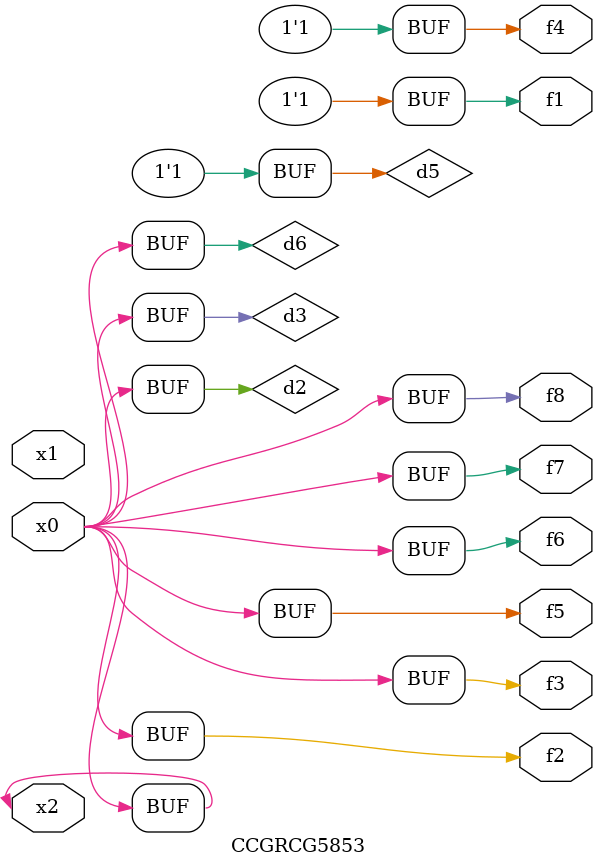
<source format=v>
module CCGRCG5853(
	input x0, x1, x2,
	output f1, f2, f3, f4, f5, f6, f7, f8
);

	wire d1, d2, d3, d4, d5, d6;

	xnor (d1, x2);
	buf (d2, x0, x2);
	and (d3, x0);
	xnor (d4, x1, x2);
	nand (d5, d1, d3);
	buf (d6, d2, d3);
	assign f1 = d5;
	assign f2 = d6;
	assign f3 = d6;
	assign f4 = d5;
	assign f5 = d6;
	assign f6 = d6;
	assign f7 = d6;
	assign f8 = d6;
endmodule

</source>
